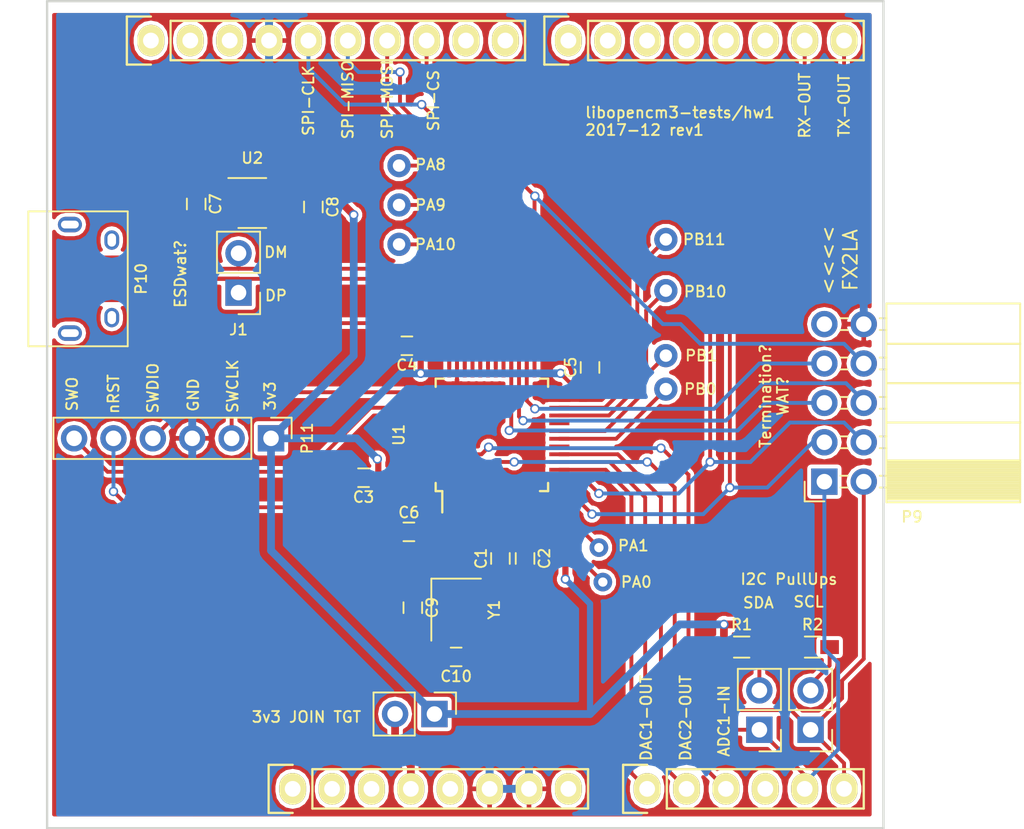
<source format=kicad_pcb>
(kicad_pcb (version 4) (host pcbnew 4.0.6)
  (title_block (title "libopencm3-test hardware") (date 2017-10-31) (rev 1))
  (layers (0 F.Cu signal) (31 B.Cu signal) (34 B.Paste user) (35 F.Paste user) (36 B.SilkS user) (37 F.SilkS user) (38 B.Mask user) (39 F.Mask user) (44 Edge.Cuts user))
  (net 0 "")
  (net 1 +5V)
  (net 2 GND)
  (net 3 +3V3)
  (net 4 /NRST)
  (net 5 /ADC_IN1)
  (net 6 /I2C_SDA)
  (net 7 /I2C_SCL)
  (net 8 /SPI_CS)
  (net 9 /SPI_MOSI)
  (net 10 /SPI_MISO)
  (net 11 /SPI_SCK)
  (net 12 /USB_DM)
  (net 13 /USB_DP)
  (net 14 "Net-(P10-Pad6)")
  (net 15 /SWCLK)
  (net 16 /SWDIO)
  (net 17 /SWO)
  (net 18 /DAC1_OUT)
  (net 19 /DAC2_OUT)
  (net 20 /UART_TX_OUT)
  (net 21 /UART_RX_OUT)
  (net 22 "Net-(JP1-Pad2)")
  (net 23 "Net-(JP2-Pad2)")
  (net 24 /VLCD)
  (net 25 "Net-(C9-Pad1)")
  (net 26 "Net-(C10-Pad1)")
  (net 27 "Net-(JP3-Pad2)")
  (net 28 "Net-(PA0-Pad1)")
  (net 29 "Net-(PA1-Pad1)")
  (net 30 "Net-(PA8-Pad1)")
  (net 31 "Net-(PA9-Pad1)")
  (net 32 "Net-(PA10-Pad1)")
  (net 33 "Net-(PB0-Pad1)")
  (net 34 "Net-(PB1-Pad1)")
  (net 35 "Net-(PB10-Pad1)")
  (net 36 "Net-(PB11-Pad1)")
  (module Socket_Arduino_Uno:Socket_Strip_Arduino_1x08 (layer F.Cu) (at 138.938 123.825)
    (fp_text reference P1 hide)
    (fp_text value Power)
    (pad 1 thru_hole oval (at 0 0) (size 1.7272 2.032) (drill 1.016) (layers *.Cu *.Mask F.SilkS))
    (pad 2 thru_hole oval (at 2.54 0) (size 1.7272 2.032) (drill 1.016) (layers *.Cu *.Mask F.SilkS))
    (pad 3 thru_hole oval (at 5.08 0) (size 1.7272 2.032) (drill 1.016) (layers *.Cu *.Mask F.SilkS))
    (pad 4 thru_hole oval (at 7.62 0) (size 1.7272 2.032) (drill 1.016) (layers *.Cu *.Mask F.SilkS) (net 27 "Net-(JP3-Pad2)"))
    (pad 5 thru_hole oval (at 10.16 0) (size 1.7272 2.032) (drill 1.016) (layers *.Cu *.Mask F.SilkS))
    (pad 6 thru_hole oval (at 12.7 0) (size 1.7272 2.032) (drill 1.016) (layers *.Cu *.Mask F.SilkS) (net 2 GND))
    (pad 7 thru_hole oval (at 15.24 0) (size 1.7272 2.032) (drill 1.016) (layers *.Cu *.Mask F.SilkS) (net 2 GND))
    (pad 8 thru_hole oval (at 17.78 0) (size 1.7272 2.032) (drill 1.016) (layers *.Cu *.Mask F.SilkS))
  )
  (module Socket_Arduino_Uno:Socket_Strip_Arduino_1x06 (layer F.Cu) (at 161.798 123.825)
    (fp_text reference P2 hide)
    (fp_text value Analog)
    (pad 1 thru_hole oval (at 0 0) (size 1.7272 2.032) (drill 1.016) (layers *.Cu *.Mask F.SilkS) (net 18 /DAC1_OUT))
    (pad 2 thru_hole oval (at 2.54 0) (size 1.7272 2.032) (drill 1.016) (layers *.Cu *.Mask F.SilkS) (net 19 /DAC2_OUT))
    (pad 3 thru_hole oval (at 5.08 0) (size 1.7272 2.032) (drill 1.016) (layers *.Cu *.Mask F.SilkS) (net 5 /ADC_IN1))
    (pad 4 thru_hole oval (at 7.62 0) (size 1.7272 2.032) (drill 1.016) (layers *.Cu *.Mask F.SilkS))
    (pad 5 thru_hole oval (at 10.16 0) (size 1.7272 2.032) (drill 1.016) (layers *.Cu *.Mask F.SilkS) (net 6 /I2C_SDA))
    (pad 6 thru_hole oval (at 12.7 0) (size 1.7272 2.032) (drill 1.016) (layers *.Cu *.Mask F.SilkS) (net 7 /I2C_SCL))
  )
  (module Socket_Arduino_Uno:Socket_Strip_Arduino_1x10 (layer F.Cu) (at 129.794 75.565)
    (fp_text reference P3 hide)
    (fp_text value Digital)
    (pad 1 thru_hole oval (at 0 0) (size 1.7272 2.032) (drill 1.016) (layers *.Cu *.Mask F.SilkS))
    (pad 2 thru_hole oval (at 2.54 0) (size 1.7272 2.032) (drill 1.016) (layers *.Cu *.Mask F.SilkS))
    (pad 3 thru_hole oval (at 5.08 0) (size 1.7272 2.032) (drill 1.016) (layers *.Cu *.Mask F.SilkS))
    (pad 4 thru_hole oval (at 7.62 0) (size 1.7272 2.032) (drill 1.016) (layers *.Cu *.Mask F.SilkS) (net 2 GND))
    (pad 5 thru_hole oval (at 10.16 0) (size 1.7272 2.032) (drill 1.016) (layers *.Cu *.Mask F.SilkS) (net 11 /SPI_SCK))
    (pad 6 thru_hole oval (at 12.7 0) (size 1.7272 2.032) (drill 1.016) (layers *.Cu *.Mask F.SilkS) (net 10 /SPI_MISO))
    (pad 7 thru_hole oval (at 15.24 0) (size 1.7272 2.032) (drill 1.016) (layers *.Cu *.Mask F.SilkS) (net 9 /SPI_MOSI))
    (pad 8 thru_hole oval (at 17.78 0) (size 1.7272 2.032) (drill 1.016) (layers *.Cu *.Mask F.SilkS) (net 8 /SPI_CS))
    (pad 9 thru_hole oval (at 20.32 0) (size 1.7272 2.032) (drill 1.016) (layers *.Cu *.Mask F.SilkS))
    (pad 10 thru_hole oval (at 22.86 0) (size 1.7272 2.032) (drill 1.016) (layers *.Cu *.Mask F.SilkS))
  )
  (module Socket_Arduino_Uno:Socket_Strip_Arduino_1x08 (layer F.Cu) (at 156.718 75.565)
    (fp_text reference P4 hide)
    (fp_text value Digital)
    (pad 1 thru_hole oval (at 0 0) (size 1.7272 2.032) (drill 1.016) (layers *.Cu *.Mask F.SilkS))
    (pad 2 thru_hole oval (at 2.54 0) (size 1.7272 2.032) (drill 1.016) (layers *.Cu *.Mask F.SilkS))
    (pad 3 thru_hole oval (at 5.08 0) (size 1.7272 2.032) (drill 1.016) (layers *.Cu *.Mask F.SilkS))
    (pad 4 thru_hole oval (at 7.62 0) (size 1.7272 2.032) (drill 1.016) (layers *.Cu *.Mask F.SilkS))
    (pad 5 thru_hole oval (at 10.16 0) (size 1.7272 2.032) (drill 1.016) (layers *.Cu *.Mask F.SilkS))
    (pad 6 thru_hole oval (at 12.7 0) (size 1.7272 2.032) (drill 1.016) (layers *.Cu *.Mask F.SilkS))
    (pad 7 thru_hole oval (at 15.24 0) (size 1.7272 2.032) (drill 1.016) (layers *.Cu *.Mask F.SilkS) (net 21 /UART_RX_OUT))
    (pad 8 thru_hole oval (at 17.78 0) (size 1.7272 2.032) (drill 1.016) (layers *.Cu *.Mask F.SilkS) (net 20 /UART_TX_OUT))
  )
  (module Capacitors_SMD:C_0603_HandSoldering (layer F.Cu) (at 152.3365 108.966 90)
    (fp_text reference C1 (at 0 -1.25 90) (layer F.SilkS) (effects (font (size 0.7 0.7) (thickness 0.12))))
    (fp_text value 100n)
    (pad 1 smd rect (at -0.95 0 90) (size 1.2 0.75) (layers F.Cu F.Paste F.Mask) (net 2 GND))
    (pad 2 smd rect (at 0.95 0 90) (size 1.2 0.75) (layers F.Cu F.Paste F.Mask) (net 4 /NRST))
  )
  (module Capacitors_SMD:C_0603_HandSoldering (layer F.Cu) (at 153.924 108.966 270)
    (fp_text reference C2 (at 0 -1.25 270) (layer F.SilkS) (effects (font (size 0.7 0.7) (thickness 0.12))))
    (fp_text value 100n)
    (pad 1 smd rect (at -0.95 0 270) (size 1.2 0.75) (layers F.Cu F.Paste F.Mask) (net 3 +3V3))
    (pad 2 smd rect (at 0.95 0 270) (size 1.2 0.75) (layers F.Cu F.Paste F.Mask) (net 2 GND))
  )
  (module Capacitors_SMD:C_0603_HandSoldering (layer F.Cu) (at 143.51 103.759 180)
    (fp_text reference C3 (at 0 -1.25 180) (layer F.SilkS) (effects (font (size 0.7 0.7) (thickness 0.12))))
    (fp_text value 100n)
    (pad 1 smd rect (at -0.95 0 180) (size 1.2 0.75) (layers F.Cu F.Paste F.Mask) (net 3 +3V3))
    (pad 2 smd rect (at 0.95 0 180) (size 1.2 0.75) (layers F.Cu F.Paste F.Mask) (net 2 GND))
  )
  (module Capacitors_SMD:C_0603_HandSoldering (layer F.Cu) (at 146.304 95.25 180)
    (fp_text reference C4 (at 0 -1.25 180) (layer F.SilkS) (effects (font (size 0.7 0.7) (thickness 0.12))))
    (fp_text value 100n)
    (pad 1 smd rect (at -0.95 0 180) (size 1.2 0.75) (layers F.Cu F.Paste F.Mask) (net 3 +3V3))
    (pad 2 smd rect (at 0.95 0 180) (size 1.2 0.75) (layers F.Cu F.Paste F.Mask) (net 2 GND))
  )
  (module Capacitors_SMD:C_0603_HandSoldering (layer F.Cu) (at 158.115 96.647 90)
    (fp_text reference C5 (at 0 -1.25 90) (layer F.SilkS) (effects (font (size 0.7 0.7) (thickness 0.12))))
    (fp_text value 100n)
    (pad 1 smd rect (at -0.95 0 90) (size 1.2 0.75) (layers F.Cu F.Paste F.Mask) (net 3 +3V3))
    (pad 2 smd rect (at 0.95 0 90) (size 1.2 0.75) (layers F.Cu F.Paste F.Mask) (net 2 GND))
  )
  (module Connectors:USB_Micro-B (layer F.Cu) (at 125.9205 90.932 270)
    (fp_text reference P10 (at 0 -3.24 270) (layer F.SilkS) (effects (font (size 0.7 0.7) (thickness 0.12))))
    (fp_text value CONTROL)
    (pad 1 smd rect (at -1.3 -1.35) (size 1.35 0.4) (layers F.Cu F.Paste F.Mask) (net 1 +5V))
    (pad 2 smd rect (at -0.65 -1.35) (size 1.35 0.4) (layers F.Cu F.Paste F.Mask) (net 12 /USB_DM))
    (pad 3 smd rect (at 0 -1.35) (size 1.35 0.4) (layers F.Cu F.Paste F.Mask) (net 13 /USB_DP))
    (pad 4 smd rect (at 0.65 -1.35) (size 1.35 0.4) (layers F.Cu F.Paste F.Mask))
    (pad 5 smd rect (at 1.3 -1.35) (size 1.35 0.4) (layers F.Cu F.Paste F.Mask) (net 2 GND))
    (pad 6 thru_hole oval (at -2.5 -1.35) (size 0.95 1.25) (drill oval 0.55 0.85) (layers *.Cu *.Mask) (net 14 "Net-(P10-Pad6)"))
    (pad 6 thru_hole oval (at 2.5 -1.35) (size 0.95 1.25) (drill oval 0.55 0.85) (layers *.Cu *.Mask) (net 14 "Net-(P10-Pad6)"))
    (pad 6 thru_hole oval (at -3.5 1.35) (size 1.55 1) (drill oval 1.15 0.5) (layers *.Cu *.Mask) (net 14 "Net-(P10-Pad6)"))
    (pad 6 thru_hole oval (at 3.5 1.35) (size 1.55 1) (drill oval 1.15 0.5) (layers *.Cu *.Mask) (net 14 "Net-(P10-Pad6)"))
  )
  (module Housings_QFP:TQFP-48_7x7mm_Pitch0.5mm (layer F.Cu) (at 151.785 100.997 90)
    (fp_text reference U1 (at 0 -6 90) (layer F.SilkS) (effects (font (size 0.7 0.7) (thickness 0.12))))
    (fp_text value STM32L151C6TxA)
    (pad 1 smd rect (at -4.35 -2.75 90) (size 1.3 0.25) (layers F.Cu F.Paste F.Mask) (net 24 /VLCD))
    (pad 2 smd rect (at -4.35 -2.25 90) (size 1.3 0.25) (layers F.Cu F.Paste F.Mask))
    (pad 3 smd rect (at -4.35 -1.75 90) (size 1.3 0.25) (layers F.Cu F.Paste F.Mask))
    (pad 4 smd rect (at -4.35 -1.25 90) (size 1.3 0.25) (layers F.Cu F.Paste F.Mask))
    (pad 5 smd rect (at -4.35 -0.75 90) (size 1.3 0.25) (layers F.Cu F.Paste F.Mask) (net 25 "Net-(C9-Pad1)"))
    (pad 6 smd rect (at -4.35 -0.25 90) (size 1.3 0.25) (layers F.Cu F.Paste F.Mask) (net 26 "Net-(C10-Pad1)"))
    (pad 7 smd rect (at -4.35 0.25 90) (size 1.3 0.25) (layers F.Cu F.Paste F.Mask) (net 4 /NRST))
    (pad 8 smd rect (at -4.35 0.75 90) (size 1.3 0.25) (layers F.Cu F.Paste F.Mask) (net 2 GND))
    (pad 9 smd rect (at -4.35 1.25 90) (size 1.3 0.25) (layers F.Cu F.Paste F.Mask) (net 3 +3V3))
    (pad 10 smd rect (at -4.35 1.75 90) (size 1.3 0.25) (layers F.Cu F.Paste F.Mask) (net 28 "Net-(PA0-Pad1)"))
    (pad 11 smd rect (at -4.35 2.25 90) (size 1.3 0.25) (layers F.Cu F.Paste F.Mask) (net 29 "Net-(PA1-Pad1)"))
    (pad 12 smd rect (at -4.35 2.75 90) (size 1.3 0.25) (layers F.Cu F.Paste F.Mask) (net 20 /UART_TX_OUT))
    (pad 13 smd rect (at -2.75 4.35 180) (size 1.3 0.25) (layers F.Cu F.Paste F.Mask) (net 21 /UART_RX_OUT))
    (pad 14 smd rect (at -2.25 4.35 180) (size 1.3 0.25) (layers F.Cu F.Paste F.Mask) (net 18 /DAC1_OUT))
    (pad 15 smd rect (at -1.75 4.35 180) (size 1.3 0.25) (layers F.Cu F.Paste F.Mask) (net 19 /DAC2_OUT))
    (pad 16 smd rect (at -1.25 4.35 180) (size 1.3 0.25) (layers F.Cu F.Paste F.Mask) (net 5 /ADC_IN1))
    (pad 17 smd rect (at -0.75 4.35 180) (size 1.3 0.25) (layers F.Cu F.Paste F.Mask))
    (pad 18 smd rect (at -0.25 4.35 180) (size 1.3 0.25) (layers F.Cu F.Paste F.Mask) (net 33 "Net-(PB0-Pad1)"))
    (pad 19 smd rect (at 0.25 4.35 180) (size 1.3 0.25) (layers F.Cu F.Paste F.Mask) (net 34 "Net-(PB1-Pad1)"))
    (pad 20 smd rect (at 0.75 4.35 180) (size 1.3 0.25) (layers F.Cu F.Paste F.Mask))
    (pad 21 smd rect (at 1.25 4.35 180) (size 1.3 0.25) (layers F.Cu F.Paste F.Mask) (net 35 "Net-(PB10-Pad1)"))
    (pad 22 smd rect (at 1.75 4.35 180) (size 1.3 0.25) (layers F.Cu F.Paste F.Mask) (net 36 "Net-(PB11-Pad1)"))
    (pad 23 smd rect (at 2.25 4.35 180) (size 1.3 0.25) (layers F.Cu F.Paste F.Mask) (net 2 GND))
    (pad 24 smd rect (at 2.75 4.35 180) (size 1.3 0.25) (layers F.Cu F.Paste F.Mask) (net 3 +3V3))
    (pad 25 smd rect (at 4.35 2.75 90) (size 1.3 0.25) (layers F.Cu F.Paste F.Mask) (net 8 /SPI_CS))
    (pad 26 smd rect (at 4.35 2.25 90) (size 1.3 0.25) (layers F.Cu F.Paste F.Mask) (net 11 /SPI_SCK))
    (pad 27 smd rect (at 4.35 1.75 90) (size 1.3 0.25) (layers F.Cu F.Paste F.Mask) (net 10 /SPI_MISO))
    (pad 28 smd rect (at 4.35 1.25 90) (size 1.3 0.25) (layers F.Cu F.Paste F.Mask) (net 9 /SPI_MOSI))
    (pad 29 smd rect (at 4.35 0.75 90) (size 1.3 0.25) (layers F.Cu F.Paste F.Mask) (net 30 "Net-(PA8-Pad1)"))
    (pad 30 smd rect (at 4.35 0.25 90) (size 1.3 0.25) (layers F.Cu F.Paste F.Mask) (net 31 "Net-(PA9-Pad1)"))
    (pad 31 smd rect (at 4.35 -0.25 90) (size 1.3 0.25) (layers F.Cu F.Paste F.Mask) (net 32 "Net-(PA10-Pad1)"))
    (pad 32 smd rect (at 4.35 -0.75 90) (size 1.3 0.25) (layers F.Cu F.Paste F.Mask) (net 12 /USB_DM))
    (pad 33 smd rect (at 4.35 -1.25 90) (size 1.3 0.25) (layers F.Cu F.Paste F.Mask) (net 13 /USB_DP))
    (pad 34 smd rect (at 4.35 -1.75 90) (size 1.3 0.25) (layers F.Cu F.Paste F.Mask) (net 16 /SWDIO))
    (pad 35 smd rect (at 4.35 -2.25 90) (size 1.3 0.25) (layers F.Cu F.Paste F.Mask) (net 2 GND))
    (pad 36 smd rect (at 4.35 -2.75 90) (size 1.3 0.25) (layers F.Cu F.Paste F.Mask) (net 3 +3V3))
    (pad 37 smd rect (at 2.75 -4.35 180) (size 1.3 0.25) (layers F.Cu F.Paste F.Mask) (net 15 /SWCLK))
    (pad 38 smd rect (at 2.25 -4.35 180) (size 1.3 0.25) (layers F.Cu F.Paste F.Mask))
    (pad 39 smd rect (at 1.75 -4.35 180) (size 1.3 0.25) (layers F.Cu F.Paste F.Mask) (net 17 /SWO))
    (pad 40 smd rect (at 1.25 -4.35 180) (size 1.3 0.25) (layers F.Cu F.Paste F.Mask))
    (pad 41 smd rect (at 0.75 -4.35 180) (size 1.3 0.25) (layers F.Cu F.Paste F.Mask))
    (pad 42 smd rect (at 0.25 -4.35 180) (size 1.3 0.25) (layers F.Cu F.Paste F.Mask))
    (pad 43 smd rect (at -0.25 -4.35 180) (size 1.3 0.25) (layers F.Cu F.Paste F.Mask))
    (pad 44 smd rect (at -0.75 -4.35 180) (size 1.3 0.25) (layers F.Cu F.Paste F.Mask) (net 2 GND))
    (pad 45 smd rect (at -1.25 -4.35 180) (size 1.3 0.25) (layers F.Cu F.Paste F.Mask) (net 7 /I2C_SCL))
    (pad 46 smd rect (at -1.75 -4.35 180) (size 1.3 0.25) (layers F.Cu F.Paste F.Mask) (net 6 /I2C_SDA))
    (pad 47 smd rect (at -2.25 -4.35 180) (size 1.3 0.25) (layers F.Cu F.Paste F.Mask) (net 2 GND))
    (pad 48 smd rect (at -2.75 -4.35 180) (size 1.3 0.25) (layers F.Cu F.Paste F.Mask) (net 3 +3V3))
  )
  (module Socket_Strips:Socket_Strip_Angled_2x05_Pitch2.54mm (layer F.Cu) (at 173.228 104.013 180)
    (fp_text reference P9 (at -5.65 -2.27 180) (layer F.SilkS) (effects (font (size 0.7 0.7) (thickness 0.12))))
    (fp_text value FX2LA)
    (pad 1 thru_hole rect (at 0 0 180) (size 1.7 1.7) (drill 1) (layers *.Cu *.Mask) (net 6 /I2C_SDA))
    (pad 2 thru_hole oval (at -2.54 0 180) (size 1.7 1.7) (drill 1) (layers *.Cu *.Mask) (net 7 /I2C_SCL))
    (pad 3 thru_hole oval (at 0 2.54 180) (size 1.7 1.7) (drill 1) (layers *.Cu *.Mask) (net 20 /UART_TX_OUT))
    (pad 4 thru_hole oval (at -2.54 2.54 180) (size 1.7 1.7) (drill 1) (layers *.Cu *.Mask) (net 21 /UART_RX_OUT))
    (pad 5 thru_hole oval (at 0 5.08 180) (size 1.7 1.7) (drill 1) (layers *.Cu *.Mask) (net 9 /SPI_MOSI))
    (pad 6 thru_hole oval (at -2.54 5.08 180) (size 1.7 1.7) (drill 1) (layers *.Cu *.Mask) (net 10 /SPI_MISO))
    (pad 7 thru_hole oval (at 0 7.62 180) (size 1.7 1.7) (drill 1) (layers *.Cu *.Mask) (net 11 /SPI_SCK))
    (pad 8 thru_hole oval (at -2.54 7.62 180) (size 1.7 1.7) (drill 1) (layers *.Cu *.Mask) (net 8 /SPI_CS))
    (pad 9 thru_hole oval (at 0 10.16 180) (size 1.7 1.7) (drill 1) (layers *.Cu *.Mask))
    (pad 10 thru_hole oval (at -2.54 10.16 180) (size 1.7 1.7) (drill 1) (layers *.Cu *.Mask) (net 2 GND))
  )
  (module TO_SOT_Packages_SMD:SOT-23-5_HandSoldering (layer F.Cu) (at 136.3345 86.0425)
    (fp_text reference U2 (at 0 -2.9) (layer F.SilkS) (effects (font (size 0.7 0.7) (thickness 0.12))))
    (fp_text value MIC550x-3.3YM5)
    (pad 1 smd rect (at -1.35 -0.95) (size 1.56 0.65) (layers F.Cu F.Paste F.Mask) (net 1 +5V))
    (pad 2 smd rect (at -1.35 0) (size 1.56 0.65) (layers F.Cu F.Paste F.Mask) (net 2 GND))
    (pad 3 smd rect (at -1.35 0.95) (size 1.56 0.65) (layers F.Cu F.Paste F.Mask) (net 1 +5V))
    (pad 4 smd rect (at 1.35 0.95) (size 1.56 0.65) (layers F.Cu F.Paste F.Mask))
    (pad 5 smd rect (at 1.35 -0.95) (size 1.56 0.65) (layers F.Cu F.Paste F.Mask) (net 3 +3V3))
  )
  (module Resistors_SMD:R_0603_HandSoldering (layer F.Cu) (at 167.894 114.681)
    (fp_text reference R1 (at 0 -1.45) (layer F.SilkS) (effects (font (size 0.7 0.7) (thickness 0.12))))
    (fp_text value 4k7)
    (pad 1 smd rect (at -1.1 0) (size 1.2 0.9) (layers F.Cu F.Paste F.Mask) (net 3 +3V3))
    (pad 2 smd rect (at 1.1 0) (size 1.2 0.9) (layers F.Cu F.Paste F.Mask) (net 22 "Net-(JP1-Pad2)"))
  )
  (module Resistors_SMD:R_0603_HandSoldering (layer F.Cu) (at 172.466 114.681)
    (fp_text reference R2 (at 0 -1.45) (layer F.SilkS) (effects (font (size 0.7 0.7) (thickness 0.12))))
    (fp_text value 4k7)
    (pad 1 smd rect (at -1.1 0) (size 1.2 0.9) (layers F.Cu F.Paste F.Mask) (net 3 +3V3))
    (pad 2 smd rect (at 1.1 0) (size 1.2 0.9) (layers F.Cu F.Paste F.Mask) (net 23 "Net-(JP2-Pad2)"))
  )
  (module Capacitors_SMD:C_0603_HandSoldering (layer F.Cu) (at 146.4335 107.2515)
    (fp_text reference C6 (at 0 -1.25) (layer F.SilkS) (effects (font (size 0.7 0.7) (thickness 0.12))))
    (fp_text value 100n)
    (pad 1 smd rect (at -0.95 0) (size 1.2 0.75) (layers F.Cu F.Paste F.Mask) (net 2 GND))
    (pad 2 smd rect (at 0.95 0) (size 1.2 0.75) (layers F.Cu F.Paste F.Mask) (net 24 /VLCD))
  )
  (module Capacitors_SMD:C_0603_HandSoldering (layer F.Cu) (at 132.715 86.106 270)
    (fp_text reference C7 (at 0 -1.25 270) (layer F.SilkS) (effects (font (size 0.7 0.7) (thickness 0.12))))
    (fp_text value 1u)
    (pad 1 smd rect (at -0.95 0 270) (size 1.2 0.75) (layers F.Cu F.Paste F.Mask) (net 1 +5V))
    (pad 2 smd rect (at 0.95 0 270) (size 1.2 0.75) (layers F.Cu F.Paste F.Mask) (net 2 GND))
  )
  (module Capacitors_SMD:C_0603_HandSoldering (layer F.Cu) (at 140.2715 86.2965 270)
    (fp_text reference C8 (at 0 -1.25 270) (layer F.SilkS) (effects (font (size 0.7 0.7) (thickness 0.12))))
    (fp_text value 1u)
    (pad 1 smd rect (at -0.95 0 270) (size 1.2 0.75) (layers F.Cu F.Paste F.Mask) (net 3 +3V3))
    (pad 2 smd rect (at 0.95 0 270) (size 1.2 0.75) (layers F.Cu F.Paste F.Mask) (net 2 GND))
  )
  (module Capacitors_SMD:C_0603_HandSoldering (layer F.Cu) (at 146.685 112.141 270)
    (fp_text reference C9 (at 0 -1.25 270) (layer F.SilkS) (effects (font (size 0.7 0.7) (thickness 0.12))))
    (fp_text value 18pf)
    (pad 1 smd rect (at -0.95 0 270) (size 1.2 0.75) (layers F.Cu F.Paste F.Mask) (net 25 "Net-(C9-Pad1)"))
    (pad 2 smd rect (at 0.95 0 270) (size 1.2 0.75) (layers F.Cu F.Paste F.Mask) (net 2 GND))
  )
  (module Capacitors_SMD:C_0603_HandSoldering (layer F.Cu) (at 149.479 115.316 180)
    (fp_text reference C10 (at 0 -1.25 180) (layer F.SilkS) (effects (font (size 0.7 0.7) (thickness 0.12))))
    (fp_text value 18pf)
    (pad 1 smd rect (at -0.95 0 180) (size 1.2 0.75) (layers F.Cu F.Paste F.Mask) (net 26 "Net-(C10-Pad1)"))
    (pad 2 smd rect (at 0.95 0 180) (size 1.2 0.75) (layers F.Cu F.Paste F.Mask) (net 2 GND))
  )
  (module Crystals:Crystal_SMD_SeikoEpson_FA238-4pin_3.2x2.5mm (layer F.Cu) (at 149.479 112.268 270)
    (fp_text reference Y1 (at 0 -2.45 270) (layer F.SilkS) (effects (font (size 0.7 0.7) (thickness 0.12))))
    (fp_text value Crystal_GND24_Small)
    (pad 1 smd rect (at -1.1 0.8 270) (size 1.4 1.2) (layers F.Cu F.Mask) (net 25 "Net-(C9-Pad1)"))
    (pad 2 smd rect (at 1.1 0.8 270) (size 1.4 1.2) (layers F.Cu F.Mask))
    (pad 3 smd rect (at 1.1 -0.8 270) (size 1.4 1.2) (layers F.Cu F.Mask) (net 26 "Net-(C10-Pad1)"))
    (pad 4 smd rect (at -1.1 -0.8 270) (size 1.4 1.2) (layers F.Cu F.Mask))
  )
  (module Measurement_Points:Measurement_Point_Round-TH_Small (layer F.Cu) (at 163.0045 98.044)
    (fp_text reference PB0 (at 2.2225 0) (layer F.SilkS) (effects (font (size 0.7 0.7) (thickness 0.12))))
    (fp_text value TEST_1P)
    (pad 1 thru_hole circle (at 0 0) (size 1.5 1.5) (drill 0.8) (layers *.Cu *.Mask) (net 33 "Net-(PB0-Pad1)"))
  )
  (module Measurement_Points:Measurement_Point_Round-TH_Small (layer F.Cu) (at 163.0045 91.694)
    (fp_text reference PB10 (at 2.54 0.0635) (layer F.SilkS) (effects (font (size 0.7 0.7) (thickness 0.12))))
    (fp_text value TEST_1P)
    (pad 1 thru_hole circle (at 0 0) (size 1.5 1.5) (drill 0.8) (layers *.Cu *.Mask) (net 35 "Net-(PB10-Pad1)"))
  )
  (module Measurement_Points:Measurement_Point_Round-TH_Small (layer F.Cu) (at 145.796 83.6295)
    (fp_text reference PA8 (at 2.032 -0.0635) (layer F.SilkS) (effects (font (size 0.7 0.7) (thickness 0.12))))
    (fp_text value TEST_1P)
    (pad 1 thru_hole circle (at 0 0) (size 1.5 1.5) (drill 0.8) (layers *.Cu *.Mask) (net 30 "Net-(PA8-Pad1)"))
  )
  (module Measurement_Points:Measurement_Point_Round-TH_Small (layer F.Cu) (at 163.0045 88.392)
    (fp_text reference PB11 (at 2.4765 0) (layer F.SilkS) (effects (font (size 0.7 0.7) (thickness 0.12))))
    (fp_text value TEST_1P)
    (pad 1 thru_hole circle (at 0 0) (size 1.5 1.5) (drill 0.8) (layers *.Cu *.Mask) (net 36 "Net-(PB11-Pad1)"))
  )
  (module Measurement_Points:Measurement_Point_Round-TH_Small (layer F.Cu) (at 145.796 86.1695)
    (fp_text reference PA9 (at 2.032 0) (layer F.SilkS) (effects (font (size 0.7 0.7) (thickness 0.12))))
    (fp_text value TEST_1P)
    (pad 1 thru_hole circle (at 0 0) (size 1.5 1.5) (drill 0.8) (layers *.Cu *.Mask) (net 31 "Net-(PA9-Pad1)"))
  )
  (module Measurement_Points:Measurement_Point_Round-TH_Small (layer F.Cu) (at 145.796 88.7095)
    (fp_text reference PA10 (at 2.3495 0) (layer F.SilkS) (effects (font (size 0.7 0.7) (thickness 0.12))))
    (fp_text value TEST_1P)
    (pad 1 thru_hole circle (at 0 0) (size 1.5 1.5) (drill 0.8) (layers *.Cu *.Mask) (net 32 "Net-(PA10-Pad1)"))
  )
  (module Pin_Headers:Pin_Header_Straight_1x02_Pitch2.54mm (layer F.Cu) (at 135.4455 91.821 180)
    (fp_text reference J1 (at 0 -2.39 180) (layer F.SilkS) (effects (font (size 0.7 0.7) (thickness 0.12))))
    (fp_text value CONN_01X02)
    (pad 1 thru_hole rect (at 0 0 180) (size 1.7 1.7) (drill 1) (layers *.Cu *.Mask) (net 13 /USB_DP))
    (pad 2 thru_hole oval (at 0 2.54 180) (size 1.7 1.7) (drill 1) (layers *.Cu *.Mask) (net 12 /USB_DM))
  )
  (module Measurement_Points:Measurement_Point_Round-TH_Small (layer F.Cu) (at 163.0045 95.885 180)
    (fp_text reference PB1 (at -2.286 0 180) (layer F.SilkS) (effects (font (size 0.7 0.7) (thickness 0.12))))
    (fp_text value TEST_1P)
    (pad 1 thru_hole circle (at 0 0 180) (size 1.5 1.5) (drill 0.8) (layers *.Cu *.Mask) (net 34 "Net-(PB1-Pad1)"))
  )
  (module Measurement_Points:Measurement_Point_Round-TH_Small (layer F.Cu) (at 158.9405 110.49)
    (fp_text reference PA0 (at 2.159 0) (layer F.SilkS) (effects (font (size 0.7 0.7) (thickness 0.12))))
    (fp_text value TEST_1P)
    (pad 1 thru_hole circle (at 0 0) (size 1.2 1.2) (drill 0.6) (layers *.Cu *.Mask) (net 28 "Net-(PA0-Pad1)"))
  )
  (module Measurement_Points:Measurement_Point_Round-TH_Small (layer F.Cu) (at 158.6865 108.2675)
    (fp_text reference PA1 (at 2.2225 -0.127) (layer F.SilkS) (effects (font (size 0.7 0.7) (thickness 0.12))))
    (fp_text value TEST_1P)
    (pad 1 thru_hole circle (at 0 0) (size 1.2 1.2) (drill 0.6) (layers *.Cu *.Mask) (net 29 "Net-(PA1-Pad1)"))
  )
  (module Pin_Headers:Pin_Header_Straight_1x02_Pitch2.54mm (layer F.Cu) (at 169.037 120.015 180)
    (fp_text reference JP1 hide)
    (fp_text value Jumper_NC_Small)
    (pad 1 thru_hole rect (at 0 0 180) (size 1.7 1.7) (drill 1) (layers *.Cu *.Mask) (net 6 /I2C_SDA))
    (pad 2 thru_hole oval (at 0 2.54 180) (size 1.7 1.7) (drill 1) (layers *.Cu *.Mask) (net 22 "Net-(JP1-Pad2)"))
  )
  (module Pin_Headers:Pin_Header_Straight_1x02_Pitch2.54mm (layer F.Cu) (at 172.339 120.015 180)
    (fp_text reference JP2 hide)
    (fp_text value Jumper_NC_Small)
    (pad 1 thru_hole rect (at 0 0 180) (size 1.7 1.7) (drill 1) (layers *.Cu *.Mask) (net 7 /I2C_SCL))
    (pad 2 thru_hole oval (at 0 2.54 180) (size 1.7 1.7) (drill 1) (layers *.Cu *.Mask) (net 23 "Net-(JP2-Pad2)"))
  )
  (module Pin_Headers:Pin_Header_Straight_1x02_Pitch2.54mm (layer F.Cu) (at 148.082 118.999 270)
    (fp_text reference JP3 hide)
    (fp_text value Jumper_NC_Small)
    (pad 1 thru_hole rect (at 0 0 270) (size 1.7 1.7) (drill 1) (layers *.Cu *.Mask) (net 3 +3V3))
    (pad 2 thru_hole oval (at 0 2.54 270) (size 1.7 1.7) (drill 1) (layers *.Cu *.Mask) (net 27 "Net-(JP3-Pad2)"))
  )
  (module Socket_Strips:Socket_Strip_Straight_1x06_Pitch2.54mm (layer F.Cu) (at 137.541 101.219 270)
    (fp_text reference P11 (at 0 -2.33 270) (layer F.SilkS) (effects (font (size 0.7 0.7) (thickness 0.12))))
    (fp_text value CONN_01X06)
    (pad 1 thru_hole rect (at 0 0 270) (size 1.7 1.7) (drill 1) (layers *.Cu *.Mask) (net 3 +3V3))
    (pad 2 thru_hole oval (at 0 2.54 270) (size 1.7 1.7) (drill 1) (layers *.Cu *.Mask) (net 15 /SWCLK))
    (pad 3 thru_hole oval (at 0 5.08 270) (size 1.7 1.7) (drill 1) (layers *.Cu *.Mask) (net 2 GND))
    (pad 4 thru_hole oval (at 0 7.62 270) (size 1.7 1.7) (drill 1) (layers *.Cu *.Mask) (net 16 /SWDIO))
    (pad 5 thru_hole oval (at 0 10.16 270) (size 1.7 1.7) (drill 1) (layers *.Cu *.Mask) (net 4 /NRST))
    (pad 6 thru_hole oval (at 0 12.7 270) (size 1.7 1.7) (drill 1) (layers *.Cu *.Mask) (net 17 /SWO))
  )
  (gr_text "Termination?\nWAT?" (at 169.9895 98.4885 90) (layer F.SilkS) (effects (font (size 0.7 0.7) (thickness 0.12))))
  (gr_text "libopencm3-tests/hw1\n2017-12 rev1" (at 157.734 80.772) (layer F.SilkS) (effects (font (size 0.7 0.7) (thickness 0.12)) (justify left)))
  (gr_text ADC1-IN (at 166.751 119.4435 90) (layer F.SilkS) (effects (font (size 0.7 0.7) (thickness 0.12))))
  (gr_text DAC2-OUT (at 164.2745 119.253 90) (layer F.SilkS) (effects (font (size 0.7 0.7) (thickness 0.12))))
  (gr_text DAC1-OUT (at 161.7345 119.253 90) (layer F.SilkS) (effects (font (size 0.7 0.7) (thickness 0.12))))
  (gr_text SPI-CLK (at 139.954 79.4385 90) (layer F.SilkS) (effects (font (size 0.7 0.7) (thickness 0.12))))
  (gr_text SPI-MISO (at 142.494 79.375 90) (layer F.SilkS) (effects (font (size 0.7 0.7) (thickness 0.12))))
  (gr_text SPI-MOSI (at 145.034 79.375 90) (layer F.SilkS) (effects (font (size 0.7 0.7) (thickness 0.12))))
  (gr_text SPI-CS (at 148.0185 79.4385 90) (layer F.SilkS) (effects (font (size 0.7 0.7) (thickness 0.12))))
  (gr_text TX-OUT (at 174.498 79.756 90) (layer F.SilkS) (effects (font (size 0.7 0.7) (thickness 0.12))))
  (gr_text RX-OUT (at 171.958 79.756 90) (layer F.SilkS) (effects (font (size 0.7 0.7) (thickness 0.12))))
  (gr_text "<<<<\nFX2LA" (at 174.1805 89.7255 90) (layer F.SilkS) (effects (font (size 0.9 0.9) (thickness 0.12))))
  (gr_text 3v3 (at 137.4775 98.4885 90) (layer F.SilkS) (effects (font (size 0.7 0.7) (thickness 0.12))))
  (gr_text SWCLK (at 135.0645 97.8535 90) (layer F.SilkS) (effects (font (size 0.7 0.7) (thickness 0.12))))
  (gr_text GND (at 132.5245 98.425 90) (layer F.SilkS) (effects (font (size 0.7 0.7) (thickness 0.12))))
  (gr_text SWDIO (at 129.921 97.9805 90) (layer F.SilkS) (effects (font (size 0.7 0.7) (thickness 0.12))))
  (gr_text nRST (at 127.381 98.3615 90) (layer F.SilkS) (effects (font (size 0.7 0.7) (thickness 0.12))))
  (gr_text SWO (at 124.714 98.3615 90) (layer F.SilkS) (effects (font (size 0.7 0.7) (thickness 0.12))))
  (gr_text "I2C PullUps" (at 170.942 110.2995) (layer F.SilkS) (effects (font (size 0.7 0.7) (thickness 0.12))))
  (gr_text SCL (at 172.212 111.76) (layer F.SilkS) (effects (font (size 0.7 0.7) (thickness 0.12))))
  (gr_text SDA (at 168.9735 111.8235) (layer F.SilkS) (effects (font (size 0.7 0.7) (thickness 0.12))))
  (gr_text "3v3 JOIN TGT" (at 139.827 119.1895) (layer F.SilkS) (effects (font (size 0.7 0.7) (thickness 0.12))))
  (gr_text DP (at 137.8585 92.0115) (layer F.SilkS) (effects (font (size 0.7 0.7) (thickness 0.12))))
  (gr_text DM (at 137.8585 89.2175) (layer F.SilkS) (effects (font (size 0.7 0.7) (thickness 0.12))))
  (gr_text ESDwat? (at 131.699 90.6145 90) (layer F.SilkS) (effects (font (size 0.7 0.7) (thickness 0.12))))
  (gr_line (start 177.038 126.365) (end 177.038 73.025) (angle 90) (layer Edge.Cuts) (width 0.15))
  (gr_line (start 123.1 126.365) (end 177.038 126.365) (angle 90) (layer Edge.Cuts) (width 0.15))
  (gr_line (start 123.1 73.025) (end 123.1 126.365) (angle 90) (layer Edge.Cuts) (width 0.15))
  (gr_line (start 177.038 73.025) (end 123.1 73.025) (angle 90) (layer Edge.Cuts) (width 0.15))
  (segment (start 134.9845 85.0925) (end 135.956 85.0925) (width 0.25) (layer F.Cu) (net 1))
  (segment (start 135.7655 86.9925) (end 134.9845 86.9925) (width 0.25) (layer F.Cu) (net 1))
  (segment (start 136.3345 86.4235) (end 135.7655 86.9925) (width 0.25) (layer F.Cu) (net 1))
  (segment (start 136.3345 85.471) (end 136.3345 86.4235) (width 0.25) (layer F.Cu) (net 1))
  (segment (start 135.956 85.0925) (end 136.3345 85.471) (width 0.25) (layer F.Cu) (net 1))
  (segment (start 134.9845 85.0925) (end 132.7785 85.0925) (width 0.4) (layer F.Cu) (net 1))
  (segment (start 132.7785 85.0925) (end 132.715 85.156) (width 0.4) (layer F.Cu) (net 1))
  (segment (start 127.2705 89.632) (end 129.316 89.632) (width 0.4) (layer F.Cu) (net 1))
  (segment (start 131.633 85.156) (end 132.715 85.156) (width 0.4) (layer F.Cu) (net 1))
  (segment (start 131.064 85.725) (end 131.633 85.156) (width 0.4) (layer F.Cu) (net 1))
  (segment (start 131.064 87.884) (end 131.064 85.725) (width 0.4) (layer F.Cu) (net 1))
  (segment (start 129.316 89.632) (end 131.064 87.884) (width 0.4) (layer F.Cu) (net 1))
  (segment (start 152.535 105.347) (end 152.535 104.148) (width 0.25) (layer F.Cu) (net 2))
  (segment (start 152.535 104.148) (end 152.527 104.14) (width 0.25) (layer F.Cu) (net 2))
  (segment (start 146.3635 103.247) (end 145.9865 102.87) (width 0.25) (layer F.Cu) (net 2))
  (segment (start 147.435 103.247) (end 146.3635 103.247) (width 0.25) (layer F.Cu) (net 2))
  (segment (start 149.535 95.2425) (end 149.225 94.9325) (width 0.25) (layer F.Cu) (net 2))
  (segment (start 149.535 96.647) (end 149.535 95.2425) (width 0.25) (layer F.Cu) (net 2))
  (segment (start 156.7905 98.7425) (end 157.861 98.7425) (width 0.25) (layer F.Cu) (net 2))
  (segment (start 156.135 98.747) (end 156.786 98.747) (width 0.25) (layer F.Cu) (net 2))
  (segment (start 156.786 98.747) (end 156.7905 98.7425) (width 0.25) (layer F.Cu) (net 2))
  (segment (start 147.435 101.747) (end 146.0065 101.747) (width 0.25) (layer F.Cu) (net 2))
  (segment (start 146.0065 101.747) (end 145.161 100.9015) (width 0.25) (layer F.Cu) (net 2))
  (segment (start 142.875 86.8045) (end 142.875 95.885) (width 0.5) (layer B.Cu) (net 3))
  (via (at 142.875 86.8045) (size 0.6) (drill 0.4) (layers F.Cu B.Cu) (net 3))
  (segment (start 141.417 85.3465) (end 142.875 86.8045) (width 0.5) (layer F.Cu) (net 3))
  (segment (start 140.2715 85.3465) (end 141.417 85.3465) (width 0.5) (layer F.Cu) (net 3))
  (segment (start 142.875 95.885) (end 137.541 101.219) (width 0.5) (layer B.Cu) (net 3))
  (segment (start 153.924 108.016) (end 155.1965 108.016) (width 0.4) (layer F.Cu) (net 3))
  (segment (start 158.115 111.887) (end 158.115 118.999) (width 0.4) (layer B.Cu) (net 3))
  (segment (start 156.5275 110.2995) (end 158.115 111.887) (width 0.4) (layer B.Cu) (net 3))
  (via (at 156.5275 110.2995) (size 0.6) (drill 0.4) (layers F.Cu B.Cu) (net 3))
  (segment (start 156.5275 109.347) (end 156.5275 110.2995) (width 0.4) (layer F.Cu) (net 3))
  (segment (start 155.1965 108.016) (end 156.5275 109.347) (width 0.4) (layer F.Cu) (net 3))
  (segment (start 147.254 95.25) (end 147.193 95.311) (width 0.4) (layer F.Cu) (net 3))
  (segment (start 147.193 95.311) (end 147.193 97.028) (width 0.4) (layer F.Cu) (net 3))
  (via (at 147.193 97.028) (size 0.6) (drill 0.4) (layers F.Cu B.Cu) (net 3))
  (segment (start 147.193 97.028) (end 146.939 97.028) (width 0.4) (layer B.Cu) (net 3))
  (segment (start 137.6845 85.0925) (end 140.0175 85.0925) (width 0.5) (layer F.Cu) (net 3))
  (segment (start 140.0175 85.0925) (end 140.2715 85.3465) (width 0.5) (layer F.Cu) (net 3))
  (segment (start 171.366 114.681) (end 169.9055 113.2205) (width 0.5) (layer F.Cu) (net 3))
  (segment (start 169.9055 113.2205) (end 166.751 113.2205) (width 0.5) (layer F.Cu) (net 3))
  (segment (start 158.115 118.999) (end 163.8935 113.2205) (width 0.5) (layer B.Cu) (net 3))
  (via (at 166.751 113.2205) (size 0.6) (drill 0.4) (layers F.Cu B.Cu) (net 3))
  (segment (start 163.8935 113.2205) (end 166.751 113.2205) (width 0.5) (layer B.Cu) (net 3))
  (segment (start 137.541 108.458) (end 148.082 118.999) (width 0.5) (layer B.Cu) (net 3))
  (segment (start 137.541 101.219) (end 137.541 108.458) (width 0.5) (layer B.Cu) (net 3))
  (segment (start 148.082 118.999) (end 158.115 118.999) (width 0.5) (layer B.Cu) (net 3))
  (segment (start 166.751 113.2205) (end 166.751 114.638) (width 0.5) (layer F.Cu) (net 3))
  (segment (start 166.751 114.638) (end 166.794 114.681) (width 0.5) (layer F.Cu) (net 3))
  (segment (start 156.21 97.028) (end 156.779 97.597) (width 0.25) (layer F.Cu) (net 3))
  (segment (start 146.939 97.028) (end 156.21 97.028) (width 0.5) (layer B.Cu) (net 3))
  (via (at 156.21 97.028) (size 0.6) (drill 0.4) (layers F.Cu B.Cu) (net 3))
  (segment (start 156.779 97.597) (end 158.115 97.597) (width 0.25) (layer F.Cu) (net 3))
  (segment (start 156.135 98.247) (end 157.465 98.247) (width 0.25) (layer F.Cu) (net 3))
  (segment (start 157.465 98.247) (end 158.115 97.597) (width 0.25) (layer F.Cu) (net 3))
  (segment (start 146.939 97.028) (end 145.923 97.028) (width 0.5) (layer B.Cu) (net 3))
  (segment (start 144.46 102.6135) (end 144.46 103.759) (width 0.4) (layer F.Cu) (net 3))
  (segment (start 144.399 102.5525) (end 144.46 102.6135) (width 0.4) (layer F.Cu) (net 3))
  (via (at 144.399 102.5525) (size 0.6) (drill 0.4) (layers F.Cu B.Cu) (net 3))
  (segment (start 140.1445 85.2195) (end 140.2715 85.3465) (width 0.4) (layer F.Cu) (net 3))
  (segment (start 149.035 96.647) (end 149.035 95.949) (width 0.25) (layer F.Cu) (net 3))
  (segment (start 148.336 95.25) (end 147.254 95.25) (width 0.25) (layer F.Cu) (net 3))
  (segment (start 149.035 95.949) (end 148.336 95.25) (width 0.25) (layer F.Cu) (net 3))
  (segment (start 147.435 103.747) (end 144.472 103.747) (width 0.25) (layer F.Cu) (net 3))
  (segment (start 144.472 103.747) (end 144.46 103.759) (width 0.25) (layer F.Cu) (net 3))
  (segment (start 153.035 105.347) (end 153.035 106.934) (width 0.25) (layer F.Cu) (net 3))
  (segment (start 153.924 107.823) (end 153.924 108.016) (width 0.25) (layer F.Cu) (net 3))
  (segment (start 153.035 106.934) (end 153.924 107.823) (width 0.25) (layer F.Cu) (net 3))
  (segment (start 147.425 95.079) (end 147.254 95.25) (width 0.25) (layer F.Cu) (net 3))
  (segment (start 144.48 103.739) (end 144.46 103.759) (width 0.25) (layer F.Cu) (net 3))
  (segment (start 143.0655 101.219) (end 144.399 102.5525) (width 0.5) (layer B.Cu) (net 3))
  (segment (start 141.732 101.219) (end 140.3985 101.219) (width 0.5) (layer B.Cu) (net 3))
  (segment (start 145.923 97.028) (end 141.732 101.219) (width 0.5) (layer B.Cu) (net 3))
  (segment (start 140.3985 101.219) (end 143.0655 101.219) (width 0.5) (layer B.Cu) (net 3))
  (segment (start 137.541 101.219) (end 140.3985 101.219) (width 0.5) (layer B.Cu) (net 3))
  (segment (start 152.035 105.347) (end 152.035 107.7145) (width 0.25) (layer F.Cu) (net 4))
  (segment (start 152.035 107.7145) (end 152.3365 108.016) (width 0.25) (layer F.Cu) (net 4))
  (segment (start 152.035 105.347) (end 152.035 104.156) (width 0.25) (layer F.Cu) (net 4))
  (segment (start 128.397 105.664) (end 127.381 104.648) (width 0.25) (layer F.Cu) (net 4))
  (segment (start 147.193 105.664) (end 128.397 105.664) (width 0.25) (layer F.Cu) (net 4))
  (segment (start 148.971 103.886) (end 147.193 105.664) (width 0.25) (layer F.Cu) (net 4))
  (segment (start 151.765 103.886) (end 148.971 103.886) (width 0.25) (layer F.Cu) (net 4))
  (segment (start 152.035 104.156) (end 151.765 103.886) (width 0.25) (layer F.Cu) (net 4))
  (segment (start 127.381 101.219) (end 127.381 104.648) (width 0.25) (layer B.Cu) (net 4))
  (via (at 127.381 104.648) (size 0.6) (drill 0.4) (layers F.Cu B.Cu) (net 4))
  (segment (start 166.878 123.825) (end 162.687 119.634) (width 0.25) (layer F.Cu) (net 5))
  (segment (start 159.905 102.247) (end 156.135 102.247) (width 0.25) (layer F.Cu) (net 5))
  (segment (start 162.687 105.029) (end 159.905 102.247) (width 0.25) (layer F.Cu) (net 5))
  (segment (start 162.687 119.634) (end 162.687 105.029) (width 0.25) (layer F.Cu) (net 5))
  (segment (start 147.435 102.747) (end 151.507 102.747) (width 0.25) (layer F.Cu) (net 6))
  (segment (start 151.511 102.743) (end 151.507 102.747) (width 0.25) (layer F.Cu) (net 6))
  (segment (start 153.2255 102.743) (end 151.511 102.743) (width 0.25) (layer F.Cu) (net 6))
  (via (at 153.2255 102.743) (size 0.6) (drill 0.4) (layers F.Cu B.Cu) (net 6))
  (segment (start 161.798 102.743) (end 153.2255 102.743) (width 0.25) (layer B.Cu) (net 6))
  (via (at 161.798 102.743) (size 0.6) (drill 0.4) (layers F.Cu B.Cu) (net 6))
  (segment (start 161.925 102.743) (end 161.798 102.743) (width 0.25) (layer F.Cu) (net 6))
  (segment (start 173.228 104.013) (end 173.228 114.808) (width 0.25) (layer B.Cu) (net 6))
  (segment (start 174.117 121.285) (end 171.958 123.444) (width 0.25) (layer B.Cu) (net 6))
  (segment (start 174.117 115.697) (end 174.117 121.285) (width 0.25) (layer B.Cu) (net 6))
  (segment (start 173.228 114.808) (end 174.117 115.697) (width 0.25) (layer B.Cu) (net 6))
  (segment (start 171.958 123.444) (end 171.958 123.825) (width 0.25) (layer B.Cu) (net 6))
  (segment (start 171.958 123.825) (end 171.958 122.936) (width 0.25) (layer F.Cu) (net 6))
  (segment (start 171.958 122.936) (end 169.037 120.015) (width 0.25) (layer F.Cu) (net 6))
  (segment (start 163.576 104.394) (end 161.925 102.743) (width 0.25) (layer F.Cu) (net 6))
  (segment (start 163.576 117.2845) (end 163.576 104.394) (width 0.25) (layer F.Cu) (net 6))
  (segment (start 166.3065 120.015) (end 163.576 117.2845) (width 0.25) (layer F.Cu) (net 6))
  (segment (start 166.3065 120.015) (end 169.037 120.015) (width 0.25) (layer F.Cu) (net 6))
  (segment (start 147.435 102.247) (end 149.6575 102.247) (width 0.25) (layer F.Cu) (net 7))
  (segment (start 151.118 102.247) (end 149.6575 102.247) (width 0.25) (layer F.Cu) (net 7))
  (segment (start 151.5745 101.7905) (end 151.118 102.247) (width 0.25) (layer F.Cu) (net 7))
  (via (at 151.5745 101.7905) (size 0.6) (drill 0.4) (layers F.Cu B.Cu) (net 7))
  (segment (start 151.638 101.854) (end 151.5745 101.7905) (width 0.25) (layer B.Cu) (net 7))
  (segment (start 162.687 101.854) (end 151.638 101.854) (width 0.25) (layer B.Cu) (net 7))
  (via (at 162.687 101.854) (size 0.6) (drill 0.4) (layers F.Cu B.Cu) (net 7))
  (segment (start 162.7505 101.854) (end 162.687 101.854) (width 0.25) (layer F.Cu) (net 7))
  (segment (start 175.768 104.013) (end 175.768 115.443) (width 0.25) (layer F.Cu) (net 7))
  (segment (start 175.768 115.443) (end 174.371 116.84) (width 0.25) (layer F.Cu) (net 7))
  (segment (start 174.498 123.825) (end 174.498 122.174) (width 0.25) (layer F.Cu) (net 7))
  (segment (start 164.465 103.5685) (end 162.7505 101.854) (width 0.25) (layer F.Cu) (net 7))
  (segment (start 171.069 118.745) (end 167.1955 118.745) (width 0.25) (layer F.Cu) (net 7))
  (segment (start 167.1955 118.745) (end 164.465 116.0145) (width 0.25) (layer F.Cu) (net 7))
  (segment (start 164.465 116.0145) (end 164.465 103.5685) (width 0.25) (layer F.Cu) (net 7))
  (segment (start 171.069 118.745) (end 172.339 120.015) (width 0.25) (layer F.Cu) (net 7))
  (segment (start 174.371 117.983) (end 172.339 120.015) (width 0.25) (layer F.Cu) (net 7))
  (segment (start 174.371 116.84) (end 174.371 117.983) (width 0.25) (layer F.Cu) (net 7))
  (segment (start 174.498 122.174) (end 172.339 120.015) (width 0.25) (layer F.Cu) (net 7))
  (via (at 154.559 85.598) (size 0.6) (drill 0.4) (layers F.Cu B.Cu) (net 8))
  (segment (start 165.227 95.123) (end 163.957 93.853) (width 0.25) (layer B.Cu) (net 8))
  (segment (start 163.957 93.853) (end 162.814 93.853) (width 0.25) (layer B.Cu) (net 8))
  (segment (start 162.814 93.853) (end 154.559 85.598) (width 0.25) (layer B.Cu) (net 8))
  (segment (start 175.768 96.393) (end 174.498 95.123) (width 0.25) (layer B.Cu) (net 8))
  (segment (start 174.498 95.123) (end 169.2275 95.123) (width 0.25) (layer B.Cu) (net 8))
  (segment (start 169.2275 95.123) (end 165.227 95.123) (width 0.25) (layer B.Cu) (net 8))
  (segment (start 154.559 85.598) (end 154.535 85.574) (width 0.25) (layer F.Cu) (net 8))
  (segment (start 147.574 75.565) (end 147.574 78.613) (width 0.25) (layer F.Cu) (net 8))
  (segment (start 154.535 85.574) (end 151.511 82.55) (width 0.25) (layer F.Cu) (net 8))
  (segment (start 154.535 85.574) (end 154.535 96.647) (width 0.25) (layer F.Cu) (net 8))
  (segment (start 147.574 78.613) (end 151.511 82.55) (width 0.25) (layer F.Cu) (net 8))
  (segment (start 145.034 75.565) (end 145.034 79.5655) (width 0.25) (layer F.Cu) (net 9))
  (segment (start 153.035 87.5665) (end 153.035 96.647) (width 0.25) (layer F.Cu) (net 9))
  (segment (start 145.034 79.5655) (end 153.035 87.5665) (width 0.25) (layer F.Cu) (net 9))
  (segment (start 173.228 98.933) (end 169.418 98.933) (width 0.25) (layer B.Cu) (net 9))
  (segment (start 153.035 100.584) (end 153.035 96.647) (width 0.25) (layer F.Cu) (net 9))
  (segment (start 152.908 100.711) (end 153.035 100.584) (width 0.25) (layer F.Cu) (net 9))
  (via (at 152.908 100.711) (size 0.6) (drill 0.4) (layers F.Cu B.Cu) (net 9))
  (segment (start 167.64 100.711) (end 152.908 100.711) (width 0.25) (layer B.Cu) (net 9))
  (segment (start 169.418 98.933) (end 167.64 100.711) (width 0.25) (layer B.Cu) (net 9))
  (segment (start 153.535 96.647) (end 153.535 87.368) (width 0.25) (layer F.Cu) (net 10))
  (segment (start 142.494 76.8985) (end 142.494 75.565) (width 0.25) (layer B.Cu) (net 10))
  (segment (start 143.1925 77.597) (end 142.494 76.8985) (width 0.25) (layer B.Cu) (net 10))
  (segment (start 145.8595 77.597) (end 143.1925 77.597) (width 0.25) (layer B.Cu) (net 10))
  (via (at 145.8595 77.597) (size 0.6) (drill 0.4) (layers F.Cu B.Cu) (net 10))
  (segment (start 145.8595 79.6925) (end 145.8595 77.597) (width 0.25) (layer F.Cu) (net 10))
  (segment (start 153.535 87.368) (end 145.8595 79.6925) (width 0.25) (layer F.Cu) (net 10))
  (segment (start 175.768 98.933) (end 175.768 98.806) (width 0.25) (layer B.Cu) (net 10))
  (segment (start 175.768 98.806) (end 174.625 97.663) (width 0.25) (layer B.Cu) (net 10))
  (segment (start 174.625 97.663) (end 169.291 97.663) (width 0.25) (layer B.Cu) (net 10))
  (segment (start 169.291 97.663) (end 166.878 100.076) (width 0.25) (layer B.Cu) (net 10))
  (segment (start 166.878 100.076) (end 153.797 100.076) (width 0.25) (layer B.Cu) (net 10))
  (via (at 153.797 100.076) (size 0.6) (drill 0.4) (layers F.Cu B.Cu) (net 10))
  (segment (start 153.797 100.076) (end 153.535 99.814) (width 0.25) (layer F.Cu) (net 10))
  (segment (start 153.535 99.814) (end 153.535 96.647) (width 0.25) (layer F.Cu) (net 10))
  (segment (start 154.035 96.647) (end 154.035 86.471) (width 0.25) (layer F.Cu) (net 11))
  (segment (start 139.954 77.343) (end 139.954 75.565) (width 0.25) (layer B.Cu) (net 11))
  (segment (start 142.3035 79.6925) (end 139.954 77.343) (width 0.25) (layer B.Cu) (net 11))
  (segment (start 147.2565 79.6925) (end 142.3035 79.6925) (width 0.25) (layer B.Cu) (net 11))
  (via (at 147.2565 79.6925) (size 0.6) (drill 0.4) (layers F.Cu B.Cu) (net 11))
  (segment (start 154.035 86.471) (end 147.2565 79.6925) (width 0.25) (layer F.Cu) (net 11))
  (segment (start 173.228 96.393) (end 169.037 96.393) (width 0.25) (layer B.Cu) (net 11))
  (segment (start 154.035 98.79) (end 154.035 96.647) (width 0.25) (layer F.Cu) (net 11))
  (segment (start 154.559 99.314) (end 154.035 98.79) (width 0.25) (layer F.Cu) (net 11))
  (via (at 154.559 99.314) (size 0.6) (drill 0.4) (layers F.Cu B.Cu) (net 11))
  (segment (start 166.116 99.314) (end 154.559 99.314) (width 0.25) (layer B.Cu) (net 11))
  (segment (start 169.037 96.393) (end 166.116 99.314) (width 0.25) (layer B.Cu) (net 11))
  (segment (start 135.4455 90.282) (end 149.845 90.282) (width 0.25) (layer F.Cu) (net 12))
  (segment (start 149.845 90.282) (end 151.035 91.472) (width 0.25) (layer F.Cu) (net 12))
  (segment (start 151.035 91.472) (end 151.035 96.647) (width 0.25) (layer F.Cu) (net 12))
  (segment (start 127.2705 90.282) (end 135.4455 90.282) (width 0.25) (layer F.Cu) (net 12))
  (segment (start 135.4455 89.7255) (end 135.4455 90.282) (width 0.25) (layer F.Cu) (net 12))
  (segment (start 135.4455 91.821) (end 135.4455 90.932) (width 0.25) (layer F.Cu) (net 13))
  (segment (start 135.446595 90.930905) (end 135.446595 90.924886) (width 0.25) (layer F.Cu) (net 13))
  (segment (start 135.4455 90.932) (end 135.446595 90.930905) (width 0.25) (layer F.Cu) (net 13))
  (segment (start 127.2705 90.932) (end 149.479 90.932) (width 0.25) (layer F.Cu) (net 13))
  (segment (start 150.535 91.988) (end 149.479 90.932) (width 0.25) (layer F.Cu) (net 13))
  (segment (start 150.535 91.988) (end 150.535 96.647) (width 0.25) (layer F.Cu) (net 13))
  (segment (start 127.2705 90.932) (end 127.277614 90.924886) (width 0.25) (layer F.Cu) (net 13))
  (segment (start 127.277614 90.924886) (end 135.446595 90.924886) (width 0.25) (layer F.Cu) (net 13))
  (segment (start 135.446595 90.924886) (end 127.2705 90.932) (width 0.25) (layer F.Cu) (net 13))
  (segment (start 127.2705 93.582) (end 127.2705 93.432) (width 0.25) (layer F.Cu) (net 14))
  (segment (start 127.2705 88.282) (end 127.2705 88.432) (width 0.25) (layer F.Cu) (net 14))
  (segment (start 135.001 99.568) (end 135.001 101.219) (width 0.25) (layer F.Cu) (net 15))
  (segment (start 136.322 98.247) (end 135.001 99.568) (width 0.25) (layer F.Cu) (net 15))
  (segment (start 147.435 98.247) (end 136.322 98.247) (width 0.25) (layer F.Cu) (net 15))
  (segment (start 129.921 101.219) (end 137.3505 93.7895) (width 0.25) (layer F.Cu) (net 16))
  (segment (start 150.035 94.663) (end 150.035 96.647) (width 0.25) (layer F.Cu) (net 16))
  (segment (start 149.1615 93.7895) (end 150.035 94.663) (width 0.25) (layer F.Cu) (net 16))
  (segment (start 137.3505 93.7895) (end 149.1615 93.7895) (width 0.25) (layer F.Cu) (net 16))
  (segment (start 127 103.378) (end 124.841 101.219) (width 0.25) (layer F.Cu) (net 17))
  (segment (start 139.827 103.378) (end 127 103.378) (width 0.25) (layer F.Cu) (net 17))
  (segment (start 147.435 99.247) (end 143.958 99.247) (width 0.25) (layer F.Cu) (net 17))
  (segment (start 143.958 99.247) (end 139.827 103.378) (width 0.25) (layer F.Cu) (net 17))
  (segment (start 161.798 123.825) (end 160.782 122.809) (width 0.25) (layer F.Cu) (net 18))
  (segment (start 159.127 103.247) (end 156.135 103.247) (width 0.25) (layer F.Cu) (net 18))
  (segment (start 160.782 104.902) (end 159.127 103.247) (width 0.25) (layer F.Cu) (net 18))
  (segment (start 160.782 122.809) (end 160.782 104.902) (width 0.25) (layer F.Cu) (net 18))
  (segment (start 156.135 102.747) (end 159.389 102.747) (width 0.25) (layer F.Cu) (net 19))
  (segment (start 161.671 121.158) (end 164.338 123.825) (width 0.25) (layer F.Cu) (net 19))
  (segment (start 161.671 105.029) (end 161.671 121.158) (width 0.25) (layer F.Cu) (net 19))
  (segment (start 159.389 102.747) (end 161.671 105.029) (width 0.25) (layer F.Cu) (net 19))
  (segment (start 164.211 123.825) (end 164.338 123.825) (width 0.25) (layer F.Cu) (net 19))
  (segment (start 173.228 101.473) (end 172.466 101.473) (width 0.25) (layer B.Cu) (net 20))
  (segment (start 172.466 101.473) (end 169.545 104.394) (width 0.25) (layer B.Cu) (net 20))
  (segment (start 169.545 104.394) (end 167.132 104.394) (width 0.25) (layer B.Cu) (net 20))
  (segment (start 174.498 75.565) (end 174.498 85.725) (width 0.25) (layer F.Cu) (net 20))
  (segment (start 167.132 93.091) (end 167.132 104.394) (width 0.25) (layer F.Cu) (net 20))
  (segment (start 174.498 85.725) (end 167.132 93.091) (width 0.25) (layer F.Cu) (net 20))
  (segment (start 154.535 105.347) (end 157.4805 105.347) (width 0.25) (layer F.Cu) (net 20))
  (via (at 167.132 104.394) (size 0.6) (drill 0.4) (layers F.Cu B.Cu) (net 20))
  (segment (start 165.4175 106.1085) (end 167.132 104.394) (width 0.25) (layer B.Cu) (net 20))
  (segment (start 158.242 106.1085) (end 165.4175 106.1085) (width 0.25) (layer B.Cu) (net 20))
  (via (at 158.242 106.1085) (size 0.6) (drill 0.4) (layers F.Cu B.Cu) (net 20))
  (segment (start 157.4805 105.347) (end 158.242 106.1085) (width 0.25) (layer F.Cu) (net 20))
  (segment (start 175.768 101.473) (end 174.498 100.203) (width 0.25) (layer B.Cu) (net 21))
  (segment (start 168.4655 102.743) (end 165.862 102.743) (width 0.25) (layer B.Cu) (net 21))
  (segment (start 171.0055 100.203) (end 168.4655 102.743) (width 0.25) (layer B.Cu) (net 21))
  (segment (start 174.498 100.203) (end 171.0055 100.203) (width 0.25) (layer B.Cu) (net 21))
  (via (at 165.862 102.743) (size 0.6) (drill 0.4) (layers F.Cu B.Cu) (net 21))
  (segment (start 171.958 75.565) (end 171.958 86.4235) (width 0.25) (layer F.Cu) (net 21))
  (segment (start 165.862 92.5195) (end 165.862 102.743) (width 0.25) (layer F.Cu) (net 21))
  (segment (start 171.958 86.4235) (end 165.862 92.5195) (width 0.25) (layer F.Cu) (net 21))
  (segment (start 163.83 104.775) (end 165.862 102.743) (width 0.25) (layer B.Cu) (net 21))
  (segment (start 157.6585 103.747) (end 158.6865 104.775) (width 0.25) (layer F.Cu) (net 21))
  (via (at 158.6865 104.775) (size 0.6) (drill 0.4) (layers F.Cu B.Cu) (net 21))
  (segment (start 158.6865 104.775) (end 163.83 104.775) (width 0.25) (layer B.Cu) (net 21))
  (segment (start 156.135 103.747) (end 157.6585 103.747) (width 0.25) (layer F.Cu) (net 21))
  (segment (start 169.037 117.475) (end 169.037 114.724) (width 0.25) (layer F.Cu) (net 22))
  (segment (start 169.037 114.724) (end 168.994 114.681) (width 0.25) (layer F.Cu) (net 22))
  (segment (start 172.339 117.475) (end 172.339 117.094) (width 0.25) (layer F.Cu) (net 23))
  (segment (start 172.339 117.094) (end 173.566 115.867) (width 0.25) (layer F.Cu) (net 23))
  (segment (start 173.566 115.867) (end 173.566 114.681) (width 0.25) (layer F.Cu) (net 23))
  (segment (start 149.035 105.347) (end 149.035 106.489) (width 0.25) (layer F.Cu) (net 24))
  (segment (start 149.035 106.489) (end 148.2725 107.2515) (width 0.25) (layer F.Cu) (net 24))
  (segment (start 148.2725 107.2515) (end 147.3835 107.2515) (width 0.25) (layer F.Cu) (net 24))
  (segment (start 148.679 108.623) (end 148.679 111.168) (width 0.25) (layer F.Cu) (net 25))
  (segment (start 148.679 111.168) (end 146.708 111.168) (width 0.25) (layer F.Cu) (net 25))
  (segment (start 146.708 111.168) (end 146.685 111.191) (width 0.25) (layer F.Cu) (net 25))
  (segment (start 151.035 105.347) (end 151.035 106.267) (width 0.25) (layer F.Cu) (net 25))
  (segment (start 151.035 106.267) (end 148.679 108.623) (width 0.25) (layer F.Cu) (net 25))
  (segment (start 150.279 113.368) (end 150.279 115.166) (width 0.25) (layer F.Cu) (net 26))
  (segment (start 150.279 115.166) (end 150.429 115.316) (width 0.25) (layer F.Cu) (net 26))
  (segment (start 151.535 112.112) (end 150.279 113.368) (width 0.25) (layer F.Cu) (net 26))
  (segment (start 151.535 105.347) (end 151.535 112.112) (width 0.25) (layer F.Cu) (net 26))
  (segment (start 146.558 123.825) (end 146.558 122.309) (width 0.5) (layer F.Cu) (net 27))
  (segment (start 146.558 122.309) (end 145.542 121.293) (width 0.5) (layer F.Cu) (net 27))
  (segment (start 145.542 121.293) (end 145.542 118.999) (width 0.5) (layer F.Cu) (net 27))
  (segment (start 153.535 105.347) (end 153.535 106.672) (width 0.25) (layer F.Cu) (net 28))
  (segment (start 155.5115 107.061) (end 158.9405 110.49) (width 0.25) (layer F.Cu) (net 28))
  (segment (start 153.924 107.061) (end 155.5115 107.061) (width 0.25) (layer F.Cu) (net 28))
  (segment (start 153.535 106.672) (end 153.924 107.061) (width 0.25) (layer F.Cu) (net 28))
  (segment (start 154.035 105.347) (end 154.035 106.467998) (width 0.25) (layer F.Cu) (net 29))
  (segment (start 156.972 106.553) (end 158.6865 108.2675) (width 0.25) (layer F.Cu) (net 29))
  (segment (start 154.120002 106.553) (end 156.972 106.553) (width 0.25) (layer F.Cu) (net 29))
  (segment (start 154.035 106.467998) (end 154.120002 106.553) (width 0.25) (layer F.Cu) (net 29))
  (segment (start 149.987 85.217) (end 148.3995 83.6295) (width 0.25) (layer F.Cu) (net 30))
  (segment (start 152.535 87.765) (end 149.987 85.217) (width 0.25) (layer F.Cu) (net 30))
  (segment (start 152.535 96.647) (end 152.535 87.765) (width 0.25) (layer F.Cu) (net 30))
  (segment (start 148.3995 83.6295) (end 145.796 83.6295) (width 0.25) (layer F.Cu) (net 30))
  (segment (start 149.9235 86.741) (end 149.352 86.1695) (width 0.25) (layer F.Cu) (net 31))
  (segment (start 152.035 88.8525) (end 149.9235 86.741) (width 0.25) (layer F.Cu) (net 31))
  (segment (start 152.035 96.647) (end 152.035 88.8525) (width 0.25) (layer F.Cu) (net 31))
  (segment (start 149.352 86.1695) (end 145.796 86.1695) (width 0.25) (layer F.Cu) (net 31))
  (segment (start 145.796 88.7095) (end 150.114 88.7095) (width 0.25) (layer F.Cu) (net 32))
  (segment (start 151.535 90.1305) (end 151.535 96.647) (width 0.25) (layer F.Cu) (net 32))
  (segment (start 150.114 88.7095) (end 151.535 90.1305) (width 0.25) (layer F.Cu) (net 32))
  (segment (start 156.135 101.247) (end 159.8015 101.247) (width 0.25) (layer F.Cu) (net 33))
  (segment (start 159.8015 101.247) (end 163.0045 98.044) (width 0.25) (layer F.Cu) (net 33))
  (segment (start 161.4805 97.409) (end 163.0045 95.885) (width 0.25) (layer F.Cu) (net 34))
  (segment (start 161.4805 98.3615) (end 161.4805 97.409) (width 0.25) (layer F.Cu) (net 34))
  (segment (start 159.095 100.747) (end 161.4805 98.3615) (width 0.25) (layer F.Cu) (net 34))
  (segment (start 156.135 100.747) (end 159.095 100.747) (width 0.25) (layer F.Cu) (net 34))
  (segment (start 163.0045 91.694) (end 161.7345 92.964) (width 0.25) (layer F.Cu) (net 35))
  (segment (start 161.7345 94.869) (end 161.7345 96.393) (width 0.25) (layer F.Cu) (net 35))
  (segment (start 159.333 99.747) (end 156.135 99.747) (width 0.25) (layer F.Cu) (net 35))
  (segment (start 161.7345 96.393) (end 160.9725 97.155) (width 0.25) (layer F.Cu) (net 35))
  (segment (start 160.9725 97.155) (end 160.9725 98.1075) (width 0.25) (layer F.Cu) (net 35))
  (segment (start 160.9725 98.1075) (end 159.333 99.747) (width 0.25) (layer F.Cu) (net 35))
  (segment (start 161.7345 92.964) (end 161.7345 94.869) (width 0.25) (layer F.Cu) (net 35))
  (segment (start 159.071 99.247) (end 156.135 99.247) (width 0.25) (layer F.Cu) (net 36))
  (segment (start 160.401 97.917) (end 159.071 99.247) (width 0.25) (layer F.Cu) (net 36))
  (segment (start 160.401 97.028) (end 160.401 97.917) (width 0.25) (layer F.Cu) (net 36))
  (segment (start 161.163 90.8685) (end 161.163 96.266) (width 0.25) (layer F.Cu) (net 36))
  (segment (start 161.163 90.678) (end 161.163 90.8685) (width 0.25) (layer F.Cu) (net 36))
  (segment (start 161.163 96.266) (end 160.401 97.028) (width 0.25) (layer F.Cu) (net 36))
  (segment (start 161.163 90.2335) (end 161.163 90.678) (width 0.25) (layer F.Cu) (net 36))
  (segment (start 163.0045 88.392) (end 161.163 90.2335) (width 0.25) (layer F.Cu) (net 36))
  (zone (net 2) (net_name GND) (layer B.Cu) (connect_pads (clearance 0.508)) (min_thickness 0.254) (fill yes (arc_segments 16) (thermal_gap 0.508) (thermal_bridge_width 0.508))
    (polygon (pts (xy 123.063 73.787) (xy 123.063 125.603) (xy 176.276 125.5395) (xy 176.276 80.2005) (xy 176.276 73.787)))
  )
  (zone (net 2) (net_name GND) (layer F.Cu) (connect_pads (clearance 0.25)) (min_thickness 0.25) (fill yes (arc_segments 16) (thermal_gap 0.25) (thermal_bridge_width 0.3))
    (polygon (pts (xy 176.276 125.603) (xy 123.063 125.603) (xy 123.063 73.787) (xy 176.276 73.787)))
  )
)
</source>
